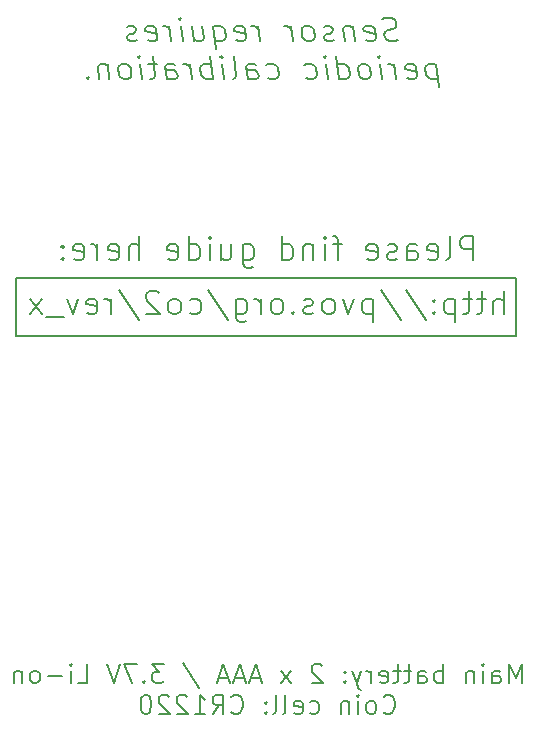
<source format=gbr>
%TF.GenerationSoftware,KiCad,Pcbnew,6.0.10-86aedd382b~118~ubuntu22.04.1*%
%TF.CreationDate,2023-01-20T18:04:38-05:00*%
%TF.ProjectId,picoco2_back,7069636f-636f-4325-9f62-61636b2e6b69,rev?*%
%TF.SameCoordinates,Original*%
%TF.FileFunction,Legend,Bot*%
%TF.FilePolarity,Positive*%
%FSLAX46Y46*%
G04 Gerber Fmt 4.6, Leading zero omitted, Abs format (unit mm)*
G04 Created by KiCad (PCBNEW 6.0.10-86aedd382b~118~ubuntu22.04.1) date 2023-01-20 18:04:38*
%MOMM*%
%LPD*%
G01*
G04 APERTURE LIST*
%ADD10C,0.150000*%
G04 APERTURE END LIST*
D10*
X48000000Y-56200000D02*
X5700000Y-56200000D01*
X5700000Y-56200000D02*
X5700000Y-61100000D01*
X5700000Y-61100000D02*
X48000000Y-61100000D01*
X48000000Y-61100000D02*
X48000000Y-56200000D01*
X44380952Y-54704761D02*
X44380952Y-52704761D01*
X43619047Y-52704761D01*
X43428571Y-52800000D01*
X43333333Y-52895238D01*
X43238095Y-53085714D01*
X43238095Y-53371428D01*
X43333333Y-53561904D01*
X43428571Y-53657142D01*
X43619047Y-53752380D01*
X44380952Y-53752380D01*
X42095238Y-54704761D02*
X42285714Y-54609523D01*
X42380952Y-54419047D01*
X42380952Y-52704761D01*
X40571428Y-54609523D02*
X40761904Y-54704761D01*
X41142857Y-54704761D01*
X41333333Y-54609523D01*
X41428571Y-54419047D01*
X41428571Y-53657142D01*
X41333333Y-53466666D01*
X41142857Y-53371428D01*
X40761904Y-53371428D01*
X40571428Y-53466666D01*
X40476190Y-53657142D01*
X40476190Y-53847619D01*
X41428571Y-54038095D01*
X38761904Y-54704761D02*
X38761904Y-53657142D01*
X38857142Y-53466666D01*
X39047619Y-53371428D01*
X39428571Y-53371428D01*
X39619047Y-53466666D01*
X38761904Y-54609523D02*
X38952380Y-54704761D01*
X39428571Y-54704761D01*
X39619047Y-54609523D01*
X39714285Y-54419047D01*
X39714285Y-54228571D01*
X39619047Y-54038095D01*
X39428571Y-53942857D01*
X38952380Y-53942857D01*
X38761904Y-53847619D01*
X37904761Y-54609523D02*
X37714285Y-54704761D01*
X37333333Y-54704761D01*
X37142857Y-54609523D01*
X37047619Y-54419047D01*
X37047619Y-54323809D01*
X37142857Y-54133333D01*
X37333333Y-54038095D01*
X37619047Y-54038095D01*
X37809523Y-53942857D01*
X37904761Y-53752380D01*
X37904761Y-53657142D01*
X37809523Y-53466666D01*
X37619047Y-53371428D01*
X37333333Y-53371428D01*
X37142857Y-53466666D01*
X35428571Y-54609523D02*
X35619047Y-54704761D01*
X36000000Y-54704761D01*
X36190476Y-54609523D01*
X36285714Y-54419047D01*
X36285714Y-53657142D01*
X36190476Y-53466666D01*
X36000000Y-53371428D01*
X35619047Y-53371428D01*
X35428571Y-53466666D01*
X35333333Y-53657142D01*
X35333333Y-53847619D01*
X36285714Y-54038095D01*
X33238095Y-53371428D02*
X32476190Y-53371428D01*
X32952380Y-54704761D02*
X32952380Y-52990476D01*
X32857142Y-52800000D01*
X32666666Y-52704761D01*
X32476190Y-52704761D01*
X31809523Y-54704761D02*
X31809523Y-53371428D01*
X31809523Y-52704761D02*
X31904761Y-52800000D01*
X31809523Y-52895238D01*
X31714285Y-52800000D01*
X31809523Y-52704761D01*
X31809523Y-52895238D01*
X30857142Y-53371428D02*
X30857142Y-54704761D01*
X30857142Y-53561904D02*
X30761904Y-53466666D01*
X30571428Y-53371428D01*
X30285714Y-53371428D01*
X30095238Y-53466666D01*
X30000000Y-53657142D01*
X30000000Y-54704761D01*
X28190476Y-54704761D02*
X28190476Y-52704761D01*
X28190476Y-54609523D02*
X28380952Y-54704761D01*
X28761904Y-54704761D01*
X28952380Y-54609523D01*
X29047619Y-54514285D01*
X29142857Y-54323809D01*
X29142857Y-53752380D01*
X29047619Y-53561904D01*
X28952380Y-53466666D01*
X28761904Y-53371428D01*
X28380952Y-53371428D01*
X28190476Y-53466666D01*
X24857142Y-53371428D02*
X24857142Y-54990476D01*
X24952380Y-55180952D01*
X25047619Y-55276190D01*
X25238095Y-55371428D01*
X25523809Y-55371428D01*
X25714285Y-55276190D01*
X24857142Y-54609523D02*
X25047619Y-54704761D01*
X25428571Y-54704761D01*
X25619047Y-54609523D01*
X25714285Y-54514285D01*
X25809523Y-54323809D01*
X25809523Y-53752380D01*
X25714285Y-53561904D01*
X25619047Y-53466666D01*
X25428571Y-53371428D01*
X25047619Y-53371428D01*
X24857142Y-53466666D01*
X23047619Y-53371428D02*
X23047619Y-54704761D01*
X23904761Y-53371428D02*
X23904761Y-54419047D01*
X23809523Y-54609523D01*
X23619047Y-54704761D01*
X23333333Y-54704761D01*
X23142857Y-54609523D01*
X23047619Y-54514285D01*
X22095238Y-54704761D02*
X22095238Y-53371428D01*
X22095238Y-52704761D02*
X22190476Y-52800000D01*
X22095238Y-52895238D01*
X22000000Y-52800000D01*
X22095238Y-52704761D01*
X22095238Y-52895238D01*
X20285714Y-54704761D02*
X20285714Y-52704761D01*
X20285714Y-54609523D02*
X20476190Y-54704761D01*
X20857142Y-54704761D01*
X21047619Y-54609523D01*
X21142857Y-54514285D01*
X21238095Y-54323809D01*
X21238095Y-53752380D01*
X21142857Y-53561904D01*
X21047619Y-53466666D01*
X20857142Y-53371428D01*
X20476190Y-53371428D01*
X20285714Y-53466666D01*
X18571428Y-54609523D02*
X18761904Y-54704761D01*
X19142857Y-54704761D01*
X19333333Y-54609523D01*
X19428571Y-54419047D01*
X19428571Y-53657142D01*
X19333333Y-53466666D01*
X19142857Y-53371428D01*
X18761904Y-53371428D01*
X18571428Y-53466666D01*
X18476190Y-53657142D01*
X18476190Y-53847619D01*
X19428571Y-54038095D01*
X16095238Y-54704761D02*
X16095238Y-52704761D01*
X15238095Y-54704761D02*
X15238095Y-53657142D01*
X15333333Y-53466666D01*
X15523809Y-53371428D01*
X15809523Y-53371428D01*
X16000000Y-53466666D01*
X16095238Y-53561904D01*
X13523809Y-54609523D02*
X13714285Y-54704761D01*
X14095238Y-54704761D01*
X14285714Y-54609523D01*
X14380952Y-54419047D01*
X14380952Y-53657142D01*
X14285714Y-53466666D01*
X14095238Y-53371428D01*
X13714285Y-53371428D01*
X13523809Y-53466666D01*
X13428571Y-53657142D01*
X13428571Y-53847619D01*
X14380952Y-54038095D01*
X12571428Y-54704761D02*
X12571428Y-53371428D01*
X12571428Y-53752380D02*
X12476190Y-53561904D01*
X12380952Y-53466666D01*
X12190476Y-53371428D01*
X12000000Y-53371428D01*
X10571428Y-54609523D02*
X10761904Y-54704761D01*
X11142857Y-54704761D01*
X11333333Y-54609523D01*
X11428571Y-54419047D01*
X11428571Y-53657142D01*
X11333333Y-53466666D01*
X11142857Y-53371428D01*
X10761904Y-53371428D01*
X10571428Y-53466666D01*
X10476190Y-53657142D01*
X10476190Y-53847619D01*
X11428571Y-54038095D01*
X9619047Y-54514285D02*
X9523809Y-54609523D01*
X9619047Y-54704761D01*
X9714285Y-54609523D01*
X9619047Y-54514285D01*
X9619047Y-54704761D01*
X9619047Y-53466666D02*
X9523809Y-53561904D01*
X9619047Y-53657142D01*
X9714285Y-53561904D01*
X9619047Y-53466666D01*
X9619047Y-53657142D01*
X38053630Y-36099523D02*
X37779821Y-36194761D01*
X37303630Y-36194761D01*
X37101250Y-36099523D01*
X36994107Y-36004285D01*
X36875059Y-35813809D01*
X36851250Y-35623333D01*
X36922678Y-35432857D01*
X37006011Y-35337619D01*
X37184583Y-35242380D01*
X37553630Y-35147142D01*
X37732202Y-35051904D01*
X37815535Y-34956666D01*
X37886964Y-34766190D01*
X37863154Y-34575714D01*
X37744107Y-34385238D01*
X37636964Y-34290000D01*
X37434583Y-34194761D01*
X36958392Y-34194761D01*
X36684583Y-34290000D01*
X35291726Y-36099523D02*
X35494107Y-36194761D01*
X35875059Y-36194761D01*
X36053630Y-36099523D01*
X36125059Y-35909047D01*
X36029821Y-35147142D01*
X35910773Y-34956666D01*
X35708392Y-34861428D01*
X35327440Y-34861428D01*
X35148869Y-34956666D01*
X35077440Y-35147142D01*
X35101250Y-35337619D01*
X36077440Y-35528095D01*
X34184583Y-34861428D02*
X34351250Y-36194761D01*
X34208392Y-35051904D02*
X34101250Y-34956666D01*
X33898869Y-34861428D01*
X33613154Y-34861428D01*
X33434583Y-34956666D01*
X33363154Y-35147142D01*
X33494107Y-36194761D01*
X32625059Y-36099523D02*
X32446488Y-36194761D01*
X32065535Y-36194761D01*
X31863154Y-36099523D01*
X31744107Y-35909047D01*
X31732202Y-35813809D01*
X31803630Y-35623333D01*
X31982202Y-35528095D01*
X32267916Y-35528095D01*
X32446488Y-35432857D01*
X32517916Y-35242380D01*
X32506011Y-35147142D01*
X32386964Y-34956666D01*
X32184583Y-34861428D01*
X31898869Y-34861428D01*
X31720297Y-34956666D01*
X30636964Y-36194761D02*
X30815535Y-36099523D01*
X30898869Y-36004285D01*
X30970297Y-35813809D01*
X30898869Y-35242380D01*
X30779821Y-35051904D01*
X30672678Y-34956666D01*
X30470297Y-34861428D01*
X30184583Y-34861428D01*
X30006011Y-34956666D01*
X29922678Y-35051904D01*
X29851250Y-35242380D01*
X29922678Y-35813809D01*
X30041726Y-36004285D01*
X30148869Y-36099523D01*
X30351250Y-36194761D01*
X30636964Y-36194761D01*
X29113154Y-36194761D02*
X28946488Y-34861428D01*
X28994107Y-35242380D02*
X28875059Y-35051904D01*
X28767916Y-34956666D01*
X28565535Y-34861428D01*
X28375059Y-34861428D01*
X26351250Y-36194761D02*
X26184583Y-34861428D01*
X26232202Y-35242380D02*
X26113154Y-35051904D01*
X26006011Y-34956666D01*
X25803630Y-34861428D01*
X25613154Y-34861428D01*
X24339345Y-36099523D02*
X24541726Y-36194761D01*
X24922678Y-36194761D01*
X25101250Y-36099523D01*
X25172678Y-35909047D01*
X25077440Y-35147142D01*
X24958392Y-34956666D01*
X24756011Y-34861428D01*
X24375059Y-34861428D01*
X24196488Y-34956666D01*
X24125059Y-35147142D01*
X24148869Y-35337619D01*
X25125059Y-35528095D01*
X22375059Y-34861428D02*
X22625059Y-36861428D01*
X22529821Y-36099523D02*
X22732202Y-36194761D01*
X23113154Y-36194761D01*
X23291726Y-36099523D01*
X23375059Y-36004285D01*
X23446488Y-35813809D01*
X23375059Y-35242380D01*
X23256011Y-35051904D01*
X23148869Y-34956666D01*
X22946488Y-34861428D01*
X22565535Y-34861428D01*
X22386964Y-34956666D01*
X20565535Y-34861428D02*
X20732202Y-36194761D01*
X21422678Y-34861428D02*
X21553630Y-35909047D01*
X21482202Y-36099523D01*
X21303630Y-36194761D01*
X21017916Y-36194761D01*
X20815535Y-36099523D01*
X20708392Y-36004285D01*
X19779821Y-36194761D02*
X19613154Y-34861428D01*
X19529821Y-34194761D02*
X19636964Y-34290000D01*
X19553630Y-34385238D01*
X19446488Y-34290000D01*
X19529821Y-34194761D01*
X19553630Y-34385238D01*
X18827440Y-36194761D02*
X18660773Y-34861428D01*
X18708392Y-35242380D02*
X18589345Y-35051904D01*
X18482202Y-34956666D01*
X18279821Y-34861428D01*
X18089345Y-34861428D01*
X16815535Y-36099523D02*
X17017916Y-36194761D01*
X17398869Y-36194761D01*
X17577440Y-36099523D01*
X17648869Y-35909047D01*
X17553630Y-35147142D01*
X17434583Y-34956666D01*
X17232202Y-34861428D01*
X16851250Y-34861428D01*
X16672678Y-34956666D01*
X16601250Y-35147142D01*
X16625059Y-35337619D01*
X17601250Y-35528095D01*
X15958392Y-36099523D02*
X15779821Y-36194761D01*
X15398869Y-36194761D01*
X15196488Y-36099523D01*
X15077440Y-35909047D01*
X15065535Y-35813809D01*
X15136964Y-35623333D01*
X15315535Y-35528095D01*
X15601250Y-35528095D01*
X15779821Y-35432857D01*
X15851250Y-35242380D01*
X15839345Y-35147142D01*
X15720297Y-34956666D01*
X15517916Y-34861428D01*
X15232202Y-34861428D01*
X15053630Y-34956666D01*
X41232202Y-38081428D02*
X41482202Y-40081428D01*
X41244107Y-38176666D02*
X41041726Y-38081428D01*
X40660773Y-38081428D01*
X40482202Y-38176666D01*
X40398869Y-38271904D01*
X40327440Y-38462380D01*
X40398869Y-39033809D01*
X40517916Y-39224285D01*
X40625059Y-39319523D01*
X40827440Y-39414761D01*
X41208392Y-39414761D01*
X41386964Y-39319523D01*
X38815535Y-39319523D02*
X39017916Y-39414761D01*
X39398869Y-39414761D01*
X39577440Y-39319523D01*
X39648869Y-39129047D01*
X39553630Y-38367142D01*
X39434583Y-38176666D01*
X39232202Y-38081428D01*
X38851250Y-38081428D01*
X38672678Y-38176666D01*
X38601250Y-38367142D01*
X38625059Y-38557619D01*
X39601250Y-38748095D01*
X37875059Y-39414761D02*
X37708392Y-38081428D01*
X37756011Y-38462380D02*
X37636964Y-38271904D01*
X37529821Y-38176666D01*
X37327440Y-38081428D01*
X37136964Y-38081428D01*
X36636964Y-39414761D02*
X36470297Y-38081428D01*
X36386964Y-37414761D02*
X36494107Y-37510000D01*
X36410773Y-37605238D01*
X36303630Y-37510000D01*
X36386964Y-37414761D01*
X36410773Y-37605238D01*
X35398869Y-39414761D02*
X35577440Y-39319523D01*
X35660773Y-39224285D01*
X35732202Y-39033809D01*
X35660773Y-38462380D01*
X35541726Y-38271904D01*
X35434583Y-38176666D01*
X35232202Y-38081428D01*
X34946488Y-38081428D01*
X34767916Y-38176666D01*
X34684583Y-38271904D01*
X34613154Y-38462380D01*
X34684583Y-39033809D01*
X34803630Y-39224285D01*
X34910773Y-39319523D01*
X35113154Y-39414761D01*
X35398869Y-39414761D01*
X33017916Y-39414761D02*
X32767916Y-37414761D01*
X33006011Y-39319523D02*
X33208392Y-39414761D01*
X33589345Y-39414761D01*
X33767916Y-39319523D01*
X33851250Y-39224285D01*
X33922678Y-39033809D01*
X33851250Y-38462380D01*
X33732202Y-38271904D01*
X33625059Y-38176666D01*
X33422678Y-38081428D01*
X33041726Y-38081428D01*
X32863154Y-38176666D01*
X32065535Y-39414761D02*
X31898869Y-38081428D01*
X31815535Y-37414761D02*
X31922678Y-37510000D01*
X31839345Y-37605238D01*
X31732202Y-37510000D01*
X31815535Y-37414761D01*
X31839345Y-37605238D01*
X30244107Y-39319523D02*
X30446488Y-39414761D01*
X30827440Y-39414761D01*
X31006011Y-39319523D01*
X31089345Y-39224285D01*
X31160773Y-39033809D01*
X31089345Y-38462380D01*
X30970297Y-38271904D01*
X30863154Y-38176666D01*
X30660773Y-38081428D01*
X30279821Y-38081428D01*
X30101250Y-38176666D01*
X27006011Y-39319523D02*
X27208392Y-39414761D01*
X27589345Y-39414761D01*
X27767916Y-39319523D01*
X27851250Y-39224285D01*
X27922678Y-39033809D01*
X27851250Y-38462380D01*
X27732202Y-38271904D01*
X27625059Y-38176666D01*
X27422678Y-38081428D01*
X27041726Y-38081428D01*
X26863154Y-38176666D01*
X25303630Y-39414761D02*
X25172678Y-38367142D01*
X25244107Y-38176666D01*
X25422678Y-38081428D01*
X25803630Y-38081428D01*
X26006011Y-38176666D01*
X25291726Y-39319523D02*
X25494107Y-39414761D01*
X25970297Y-39414761D01*
X26148869Y-39319523D01*
X26220297Y-39129047D01*
X26196488Y-38938571D01*
X26077440Y-38748095D01*
X25875059Y-38652857D01*
X25398869Y-38652857D01*
X25196488Y-38557619D01*
X24065535Y-39414761D02*
X24244107Y-39319523D01*
X24315535Y-39129047D01*
X24101250Y-37414761D01*
X23303630Y-39414761D02*
X23136964Y-38081428D01*
X23053630Y-37414761D02*
X23160773Y-37510000D01*
X23077440Y-37605238D01*
X22970297Y-37510000D01*
X23053630Y-37414761D01*
X23077440Y-37605238D01*
X22351250Y-39414761D02*
X22101250Y-37414761D01*
X22196488Y-38176666D02*
X21994107Y-38081428D01*
X21613154Y-38081428D01*
X21434583Y-38176666D01*
X21351250Y-38271904D01*
X21279821Y-38462380D01*
X21351250Y-39033809D01*
X21470297Y-39224285D01*
X21577440Y-39319523D01*
X21779821Y-39414761D01*
X22160773Y-39414761D01*
X22339345Y-39319523D01*
X20541726Y-39414761D02*
X20375059Y-38081428D01*
X20422678Y-38462380D02*
X20303630Y-38271904D01*
X20196488Y-38176666D01*
X19994107Y-38081428D01*
X19803630Y-38081428D01*
X18446488Y-39414761D02*
X18315535Y-38367142D01*
X18386964Y-38176666D01*
X18565535Y-38081428D01*
X18946488Y-38081428D01*
X19148869Y-38176666D01*
X18434583Y-39319523D02*
X18636964Y-39414761D01*
X19113154Y-39414761D01*
X19291726Y-39319523D01*
X19363154Y-39129047D01*
X19339345Y-38938571D01*
X19220297Y-38748095D01*
X19017916Y-38652857D01*
X18541726Y-38652857D01*
X18339345Y-38557619D01*
X17613154Y-38081428D02*
X16851250Y-38081428D01*
X17244107Y-37414761D02*
X17458392Y-39129047D01*
X17386964Y-39319523D01*
X17208392Y-39414761D01*
X17017916Y-39414761D01*
X16351250Y-39414761D02*
X16184583Y-38081428D01*
X16101250Y-37414761D02*
X16208392Y-37510000D01*
X16125059Y-37605238D01*
X16017916Y-37510000D01*
X16101250Y-37414761D01*
X16125059Y-37605238D01*
X15113154Y-39414761D02*
X15291726Y-39319523D01*
X15375059Y-39224285D01*
X15446488Y-39033809D01*
X15375059Y-38462380D01*
X15256011Y-38271904D01*
X15148869Y-38176666D01*
X14946488Y-38081428D01*
X14660773Y-38081428D01*
X14482202Y-38176666D01*
X14398869Y-38271904D01*
X14327440Y-38462380D01*
X14398869Y-39033809D01*
X14517916Y-39224285D01*
X14625059Y-39319523D01*
X14827440Y-39414761D01*
X15113154Y-39414761D01*
X13422678Y-38081428D02*
X13589345Y-39414761D01*
X13446488Y-38271904D02*
X13339345Y-38176666D01*
X13136964Y-38081428D01*
X12851250Y-38081428D01*
X12672678Y-38176666D01*
X12601250Y-38367142D01*
X12732202Y-39414761D01*
X11756011Y-39224285D02*
X11672678Y-39319523D01*
X11779821Y-39414761D01*
X11863154Y-39319523D01*
X11756011Y-39224285D01*
X11779821Y-39414761D01*
X46952380Y-59304761D02*
X46952380Y-57304761D01*
X46095238Y-59304761D02*
X46095238Y-58257142D01*
X46190476Y-58066666D01*
X46380952Y-57971428D01*
X46666666Y-57971428D01*
X46857142Y-58066666D01*
X46952380Y-58161904D01*
X45428571Y-57971428D02*
X44666666Y-57971428D01*
X45142857Y-57304761D02*
X45142857Y-59019047D01*
X45047619Y-59209523D01*
X44857142Y-59304761D01*
X44666666Y-59304761D01*
X44285714Y-57971428D02*
X43523809Y-57971428D01*
X44000000Y-57304761D02*
X44000000Y-59019047D01*
X43904761Y-59209523D01*
X43714285Y-59304761D01*
X43523809Y-59304761D01*
X42857142Y-57971428D02*
X42857142Y-59971428D01*
X42857142Y-58066666D02*
X42666666Y-57971428D01*
X42285714Y-57971428D01*
X42095238Y-58066666D01*
X42000000Y-58161904D01*
X41904761Y-58352380D01*
X41904761Y-58923809D01*
X42000000Y-59114285D01*
X42095238Y-59209523D01*
X42285714Y-59304761D01*
X42666666Y-59304761D01*
X42857142Y-59209523D01*
X41047619Y-59114285D02*
X40952380Y-59209523D01*
X41047619Y-59304761D01*
X41142857Y-59209523D01*
X41047619Y-59114285D01*
X41047619Y-59304761D01*
X41047619Y-58066666D02*
X40952380Y-58161904D01*
X41047619Y-58257142D01*
X41142857Y-58161904D01*
X41047619Y-58066666D01*
X41047619Y-58257142D01*
X38666666Y-57209523D02*
X40380952Y-59780952D01*
X36571428Y-57209523D02*
X38285714Y-59780952D01*
X35904761Y-57971428D02*
X35904761Y-59971428D01*
X35904761Y-58066666D02*
X35714285Y-57971428D01*
X35333333Y-57971428D01*
X35142857Y-58066666D01*
X35047619Y-58161904D01*
X34952380Y-58352380D01*
X34952380Y-58923809D01*
X35047619Y-59114285D01*
X35142857Y-59209523D01*
X35333333Y-59304761D01*
X35714285Y-59304761D01*
X35904761Y-59209523D01*
X34285714Y-57971428D02*
X33809523Y-59304761D01*
X33333333Y-57971428D01*
X32285714Y-59304761D02*
X32476190Y-59209523D01*
X32571428Y-59114285D01*
X32666666Y-58923809D01*
X32666666Y-58352380D01*
X32571428Y-58161904D01*
X32476190Y-58066666D01*
X32285714Y-57971428D01*
X32000000Y-57971428D01*
X31809523Y-58066666D01*
X31714285Y-58161904D01*
X31619047Y-58352380D01*
X31619047Y-58923809D01*
X31714285Y-59114285D01*
X31809523Y-59209523D01*
X32000000Y-59304761D01*
X32285714Y-59304761D01*
X30857142Y-59209523D02*
X30666666Y-59304761D01*
X30285714Y-59304761D01*
X30095238Y-59209523D01*
X30000000Y-59019047D01*
X30000000Y-58923809D01*
X30095238Y-58733333D01*
X30285714Y-58638095D01*
X30571428Y-58638095D01*
X30761904Y-58542857D01*
X30857142Y-58352380D01*
X30857142Y-58257142D01*
X30761904Y-58066666D01*
X30571428Y-57971428D01*
X30285714Y-57971428D01*
X30095238Y-58066666D01*
X29142857Y-59114285D02*
X29047619Y-59209523D01*
X29142857Y-59304761D01*
X29238095Y-59209523D01*
X29142857Y-59114285D01*
X29142857Y-59304761D01*
X27904761Y-59304761D02*
X28095238Y-59209523D01*
X28190476Y-59114285D01*
X28285714Y-58923809D01*
X28285714Y-58352380D01*
X28190476Y-58161904D01*
X28095238Y-58066666D01*
X27904761Y-57971428D01*
X27619047Y-57971428D01*
X27428571Y-58066666D01*
X27333333Y-58161904D01*
X27238095Y-58352380D01*
X27238095Y-58923809D01*
X27333333Y-59114285D01*
X27428571Y-59209523D01*
X27619047Y-59304761D01*
X27904761Y-59304761D01*
X26380952Y-59304761D02*
X26380952Y-57971428D01*
X26380952Y-58352380D02*
X26285714Y-58161904D01*
X26190476Y-58066666D01*
X26000000Y-57971428D01*
X25809523Y-57971428D01*
X24285714Y-57971428D02*
X24285714Y-59590476D01*
X24380952Y-59780952D01*
X24476190Y-59876190D01*
X24666666Y-59971428D01*
X24952380Y-59971428D01*
X25142857Y-59876190D01*
X24285714Y-59209523D02*
X24476190Y-59304761D01*
X24857142Y-59304761D01*
X25047619Y-59209523D01*
X25142857Y-59114285D01*
X25238095Y-58923809D01*
X25238095Y-58352380D01*
X25142857Y-58161904D01*
X25047619Y-58066666D01*
X24857142Y-57971428D01*
X24476190Y-57971428D01*
X24285714Y-58066666D01*
X21904761Y-57209523D02*
X23619047Y-59780952D01*
X20380952Y-59209523D02*
X20571428Y-59304761D01*
X20952380Y-59304761D01*
X21142857Y-59209523D01*
X21238095Y-59114285D01*
X21333333Y-58923809D01*
X21333333Y-58352380D01*
X21238095Y-58161904D01*
X21142857Y-58066666D01*
X20952380Y-57971428D01*
X20571428Y-57971428D01*
X20380952Y-58066666D01*
X19238095Y-59304761D02*
X19428571Y-59209523D01*
X19523809Y-59114285D01*
X19619047Y-58923809D01*
X19619047Y-58352380D01*
X19523809Y-58161904D01*
X19428571Y-58066666D01*
X19238095Y-57971428D01*
X18952380Y-57971428D01*
X18761904Y-58066666D01*
X18666666Y-58161904D01*
X18571428Y-58352380D01*
X18571428Y-58923809D01*
X18666666Y-59114285D01*
X18761904Y-59209523D01*
X18952380Y-59304761D01*
X19238095Y-59304761D01*
X17809523Y-57495238D02*
X17714285Y-57400000D01*
X17523809Y-57304761D01*
X17047619Y-57304761D01*
X16857142Y-57400000D01*
X16761904Y-57495238D01*
X16666666Y-57685714D01*
X16666666Y-57876190D01*
X16761904Y-58161904D01*
X17904761Y-59304761D01*
X16666666Y-59304761D01*
X14380952Y-57209523D02*
X16095238Y-59780952D01*
X13714285Y-59304761D02*
X13714285Y-57971428D01*
X13714285Y-58352380D02*
X13619047Y-58161904D01*
X13523809Y-58066666D01*
X13333333Y-57971428D01*
X13142857Y-57971428D01*
X11714285Y-59209523D02*
X11904761Y-59304761D01*
X12285714Y-59304761D01*
X12476190Y-59209523D01*
X12571428Y-59019047D01*
X12571428Y-58257142D01*
X12476190Y-58066666D01*
X12285714Y-57971428D01*
X11904761Y-57971428D01*
X11714285Y-58066666D01*
X11619047Y-58257142D01*
X11619047Y-58447619D01*
X12571428Y-58638095D01*
X10952380Y-57971428D02*
X10476190Y-59304761D01*
X10000000Y-57971428D01*
X9714285Y-59495238D02*
X8190476Y-59495238D01*
X7904761Y-59304761D02*
X6857142Y-57971428D01*
X7904761Y-57971428D02*
X6857142Y-59304761D01*
X48523809Y-90535809D02*
X48523809Y-88935809D01*
X47990476Y-90078666D01*
X47457142Y-88935809D01*
X47457142Y-90535809D01*
X46009523Y-90535809D02*
X46009523Y-89697714D01*
X46085714Y-89545333D01*
X46238095Y-89469142D01*
X46542857Y-89469142D01*
X46695238Y-89545333D01*
X46009523Y-90459619D02*
X46161904Y-90535809D01*
X46542857Y-90535809D01*
X46695238Y-90459619D01*
X46771428Y-90307238D01*
X46771428Y-90154857D01*
X46695238Y-90002476D01*
X46542857Y-89926285D01*
X46161904Y-89926285D01*
X46009523Y-89850095D01*
X45247619Y-90535809D02*
X45247619Y-89469142D01*
X45247619Y-88935809D02*
X45323809Y-89012000D01*
X45247619Y-89088190D01*
X45171428Y-89012000D01*
X45247619Y-88935809D01*
X45247619Y-89088190D01*
X44485714Y-89469142D02*
X44485714Y-90535809D01*
X44485714Y-89621523D02*
X44409523Y-89545333D01*
X44257142Y-89469142D01*
X44028571Y-89469142D01*
X43876190Y-89545333D01*
X43800000Y-89697714D01*
X43800000Y-90535809D01*
X41819047Y-90535809D02*
X41819047Y-88935809D01*
X41819047Y-89545333D02*
X41666666Y-89469142D01*
X41361904Y-89469142D01*
X41209523Y-89545333D01*
X41133333Y-89621523D01*
X41057142Y-89773904D01*
X41057142Y-90231047D01*
X41133333Y-90383428D01*
X41209523Y-90459619D01*
X41361904Y-90535809D01*
X41666666Y-90535809D01*
X41819047Y-90459619D01*
X39685714Y-90535809D02*
X39685714Y-89697714D01*
X39761904Y-89545333D01*
X39914285Y-89469142D01*
X40219047Y-89469142D01*
X40371428Y-89545333D01*
X39685714Y-90459619D02*
X39838095Y-90535809D01*
X40219047Y-90535809D01*
X40371428Y-90459619D01*
X40447619Y-90307238D01*
X40447619Y-90154857D01*
X40371428Y-90002476D01*
X40219047Y-89926285D01*
X39838095Y-89926285D01*
X39685714Y-89850095D01*
X39152380Y-89469142D02*
X38542857Y-89469142D01*
X38923809Y-88935809D02*
X38923809Y-90307238D01*
X38847619Y-90459619D01*
X38695238Y-90535809D01*
X38542857Y-90535809D01*
X38238095Y-89469142D02*
X37628571Y-89469142D01*
X38009523Y-88935809D02*
X38009523Y-90307238D01*
X37933333Y-90459619D01*
X37780952Y-90535809D01*
X37628571Y-90535809D01*
X36485714Y-90459619D02*
X36638095Y-90535809D01*
X36942857Y-90535809D01*
X37095238Y-90459619D01*
X37171428Y-90307238D01*
X37171428Y-89697714D01*
X37095238Y-89545333D01*
X36942857Y-89469142D01*
X36638095Y-89469142D01*
X36485714Y-89545333D01*
X36409523Y-89697714D01*
X36409523Y-89850095D01*
X37171428Y-90002476D01*
X35723809Y-90535809D02*
X35723809Y-89469142D01*
X35723809Y-89773904D02*
X35647619Y-89621523D01*
X35571428Y-89545333D01*
X35419047Y-89469142D01*
X35266666Y-89469142D01*
X34885714Y-89469142D02*
X34504761Y-90535809D01*
X34123809Y-89469142D02*
X34504761Y-90535809D01*
X34657142Y-90916761D01*
X34733333Y-90992952D01*
X34885714Y-91069142D01*
X33514285Y-90383428D02*
X33438095Y-90459619D01*
X33514285Y-90535809D01*
X33590476Y-90459619D01*
X33514285Y-90383428D01*
X33514285Y-90535809D01*
X33514285Y-89545333D02*
X33438095Y-89621523D01*
X33514285Y-89697714D01*
X33590476Y-89621523D01*
X33514285Y-89545333D01*
X33514285Y-89697714D01*
X31609523Y-89088190D02*
X31533333Y-89012000D01*
X31380952Y-88935809D01*
X31000000Y-88935809D01*
X30847619Y-89012000D01*
X30771428Y-89088190D01*
X30695238Y-89240571D01*
X30695238Y-89392952D01*
X30771428Y-89621523D01*
X31685714Y-90535809D01*
X30695238Y-90535809D01*
X28942857Y-90535809D02*
X28104761Y-89469142D01*
X28942857Y-89469142D02*
X28104761Y-90535809D01*
X26352380Y-90078666D02*
X25590476Y-90078666D01*
X26504761Y-90535809D02*
X25971428Y-88935809D01*
X25438095Y-90535809D01*
X24980952Y-90078666D02*
X24219047Y-90078666D01*
X25133333Y-90535809D02*
X24600000Y-88935809D01*
X24066666Y-90535809D01*
X23609523Y-90078666D02*
X22847619Y-90078666D01*
X23761904Y-90535809D02*
X23228571Y-88935809D01*
X22695238Y-90535809D01*
X19800000Y-88859619D02*
X21171428Y-90916761D01*
X18200000Y-88935809D02*
X17209523Y-88935809D01*
X17742857Y-89545333D01*
X17514285Y-89545333D01*
X17361904Y-89621523D01*
X17285714Y-89697714D01*
X17209523Y-89850095D01*
X17209523Y-90231047D01*
X17285714Y-90383428D01*
X17361904Y-90459619D01*
X17514285Y-90535809D01*
X17971428Y-90535809D01*
X18123809Y-90459619D01*
X18200000Y-90383428D01*
X16523809Y-90383428D02*
X16447619Y-90459619D01*
X16523809Y-90535809D01*
X16600000Y-90459619D01*
X16523809Y-90383428D01*
X16523809Y-90535809D01*
X15914285Y-88935809D02*
X14847619Y-88935809D01*
X15533333Y-90535809D01*
X14466666Y-88935809D02*
X13933333Y-90535809D01*
X13400000Y-88935809D01*
X10885714Y-90535809D02*
X11647619Y-90535809D01*
X11647619Y-88935809D01*
X10352380Y-90535809D02*
X10352380Y-89469142D01*
X10352380Y-88935809D02*
X10428571Y-89012000D01*
X10352380Y-89088190D01*
X10276190Y-89012000D01*
X10352380Y-88935809D01*
X10352380Y-89088190D01*
X9590476Y-89926285D02*
X8371428Y-89926285D01*
X7380952Y-90535809D02*
X7533333Y-90459619D01*
X7609523Y-90383428D01*
X7685714Y-90231047D01*
X7685714Y-89773904D01*
X7609523Y-89621523D01*
X7533333Y-89545333D01*
X7380952Y-89469142D01*
X7152380Y-89469142D01*
X7000000Y-89545333D01*
X6923809Y-89621523D01*
X6847619Y-89773904D01*
X6847619Y-90231047D01*
X6923809Y-90383428D01*
X7000000Y-90459619D01*
X7152380Y-90535809D01*
X7380952Y-90535809D01*
X6161904Y-89469142D02*
X6161904Y-90535809D01*
X6161904Y-89621523D02*
X6085714Y-89545333D01*
X5933333Y-89469142D01*
X5704761Y-89469142D01*
X5552380Y-89545333D01*
X5476190Y-89697714D01*
X5476190Y-90535809D01*
X36790476Y-92959428D02*
X36866666Y-93035619D01*
X37095238Y-93111809D01*
X37247619Y-93111809D01*
X37476190Y-93035619D01*
X37628571Y-92883238D01*
X37704761Y-92730857D01*
X37780952Y-92426095D01*
X37780952Y-92197523D01*
X37704761Y-91892761D01*
X37628571Y-91740380D01*
X37476190Y-91588000D01*
X37247619Y-91511809D01*
X37095238Y-91511809D01*
X36866666Y-91588000D01*
X36790476Y-91664190D01*
X35876190Y-93111809D02*
X36028571Y-93035619D01*
X36104761Y-92959428D01*
X36180952Y-92807047D01*
X36180952Y-92349904D01*
X36104761Y-92197523D01*
X36028571Y-92121333D01*
X35876190Y-92045142D01*
X35647619Y-92045142D01*
X35495238Y-92121333D01*
X35419047Y-92197523D01*
X35342857Y-92349904D01*
X35342857Y-92807047D01*
X35419047Y-92959428D01*
X35495238Y-93035619D01*
X35647619Y-93111809D01*
X35876190Y-93111809D01*
X34657142Y-93111809D02*
X34657142Y-92045142D01*
X34657142Y-91511809D02*
X34733333Y-91588000D01*
X34657142Y-91664190D01*
X34580952Y-91588000D01*
X34657142Y-91511809D01*
X34657142Y-91664190D01*
X33895238Y-92045142D02*
X33895238Y-93111809D01*
X33895238Y-92197523D02*
X33819047Y-92121333D01*
X33666666Y-92045142D01*
X33438095Y-92045142D01*
X33285714Y-92121333D01*
X33209523Y-92273714D01*
X33209523Y-93111809D01*
X30542857Y-93035619D02*
X30695238Y-93111809D01*
X31000000Y-93111809D01*
X31152380Y-93035619D01*
X31228571Y-92959428D01*
X31304761Y-92807047D01*
X31304761Y-92349904D01*
X31228571Y-92197523D01*
X31152380Y-92121333D01*
X31000000Y-92045142D01*
X30695238Y-92045142D01*
X30542857Y-92121333D01*
X29247619Y-93035619D02*
X29400000Y-93111809D01*
X29704761Y-93111809D01*
X29857142Y-93035619D01*
X29933333Y-92883238D01*
X29933333Y-92273714D01*
X29857142Y-92121333D01*
X29704761Y-92045142D01*
X29400000Y-92045142D01*
X29247619Y-92121333D01*
X29171428Y-92273714D01*
X29171428Y-92426095D01*
X29933333Y-92578476D01*
X28257142Y-93111809D02*
X28409523Y-93035619D01*
X28485714Y-92883238D01*
X28485714Y-91511809D01*
X27419047Y-93111809D02*
X27571428Y-93035619D01*
X27647619Y-92883238D01*
X27647619Y-91511809D01*
X26809523Y-92959428D02*
X26733333Y-93035619D01*
X26809523Y-93111809D01*
X26885714Y-93035619D01*
X26809523Y-92959428D01*
X26809523Y-93111809D01*
X26809523Y-92121333D02*
X26733333Y-92197523D01*
X26809523Y-92273714D01*
X26885714Y-92197523D01*
X26809523Y-92121333D01*
X26809523Y-92273714D01*
X23914285Y-92959428D02*
X23990476Y-93035619D01*
X24219047Y-93111809D01*
X24371428Y-93111809D01*
X24600000Y-93035619D01*
X24752380Y-92883238D01*
X24828571Y-92730857D01*
X24904761Y-92426095D01*
X24904761Y-92197523D01*
X24828571Y-91892761D01*
X24752380Y-91740380D01*
X24600000Y-91588000D01*
X24371428Y-91511809D01*
X24219047Y-91511809D01*
X23990476Y-91588000D01*
X23914285Y-91664190D01*
X22314285Y-93111809D02*
X22847619Y-92349904D01*
X23228571Y-93111809D02*
X23228571Y-91511809D01*
X22619047Y-91511809D01*
X22466666Y-91588000D01*
X22390476Y-91664190D01*
X22314285Y-91816571D01*
X22314285Y-92045142D01*
X22390476Y-92197523D01*
X22466666Y-92273714D01*
X22619047Y-92349904D01*
X23228571Y-92349904D01*
X20790476Y-93111809D02*
X21704761Y-93111809D01*
X21247619Y-93111809D02*
X21247619Y-91511809D01*
X21400000Y-91740380D01*
X21552380Y-91892761D01*
X21704761Y-91968952D01*
X20180952Y-91664190D02*
X20104761Y-91588000D01*
X19952380Y-91511809D01*
X19571428Y-91511809D01*
X19419047Y-91588000D01*
X19342857Y-91664190D01*
X19266666Y-91816571D01*
X19266666Y-91968952D01*
X19342857Y-92197523D01*
X20257142Y-93111809D01*
X19266666Y-93111809D01*
X18657142Y-91664190D02*
X18580952Y-91588000D01*
X18428571Y-91511809D01*
X18047619Y-91511809D01*
X17895238Y-91588000D01*
X17819047Y-91664190D01*
X17742857Y-91816571D01*
X17742857Y-91968952D01*
X17819047Y-92197523D01*
X18733333Y-93111809D01*
X17742857Y-93111809D01*
X16752380Y-91511809D02*
X16599999Y-91511809D01*
X16447619Y-91588000D01*
X16371428Y-91664190D01*
X16295238Y-91816571D01*
X16219047Y-92121333D01*
X16219047Y-92502285D01*
X16295238Y-92807047D01*
X16371428Y-92959428D01*
X16447619Y-93035619D01*
X16599999Y-93111809D01*
X16752380Y-93111809D01*
X16904761Y-93035619D01*
X16980952Y-92959428D01*
X17057142Y-92807047D01*
X17133333Y-92502285D01*
X17133333Y-92121333D01*
X17057142Y-91816571D01*
X16980952Y-91664190D01*
X16904761Y-91588000D01*
X16752380Y-91511809D01*
M02*

</source>
